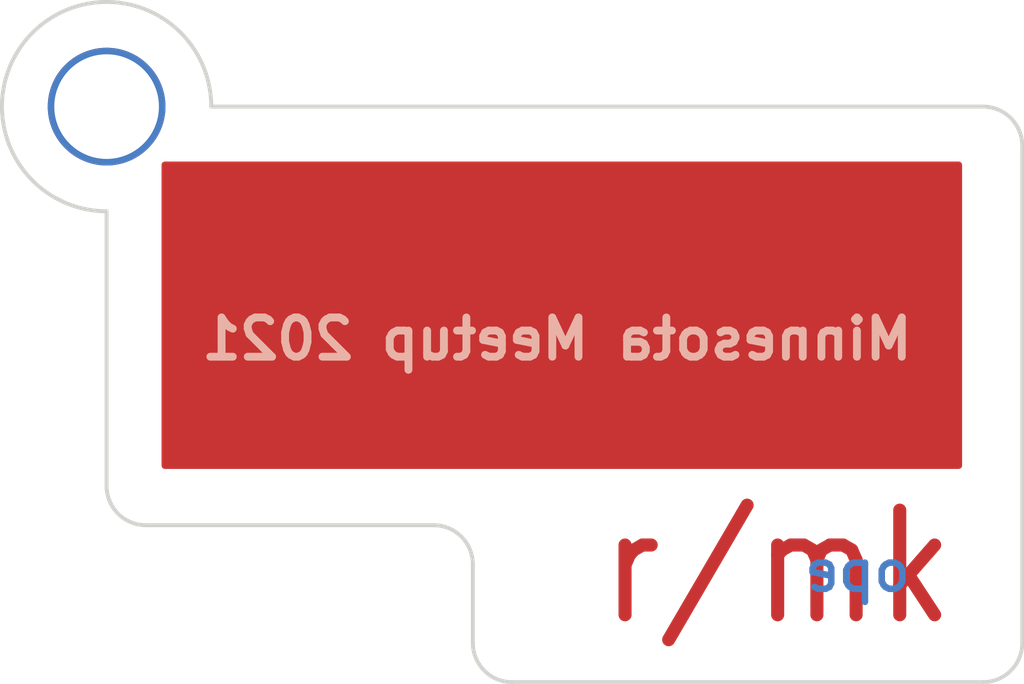
<source format=kicad_pcb>
(kicad_pcb (version 20171130) (host pcbnew "(5.1.10-1-10_14)")

  (general
    (thickness 1.6)
    (drawings 18)
    (tracks 0)
    (zones 0)
    (modules 17)
    (nets 1)
  )

  (page A4)
  (layers
    (0 F.Cu signal)
    (31 B.Cu signal)
    (32 B.Adhes user)
    (33 F.Adhes user)
    (34 B.Paste user)
    (35 F.Paste user)
    (36 B.SilkS user)
    (37 F.SilkS user)
    (38 B.Mask user)
    (39 F.Mask user)
    (40 Dwgs.User user hide)
    (41 Cmts.User user)
    (42 Eco1.User user)
    (43 Eco2.User user)
    (44 Edge.Cuts user)
    (45 Margin user)
    (46 B.CrtYd user)
    (47 F.CrtYd user)
    (48 B.Fab user)
    (49 F.Fab user hide)
  )

  (setup
    (last_trace_width 0.25)
    (trace_clearance 0.2)
    (zone_clearance 0)
    (zone_45_only no)
    (trace_min 0.2)
    (via_size 0.8)
    (via_drill 0.4)
    (via_min_size 0.4)
    (via_min_drill 0.3)
    (uvia_size 0.3)
    (uvia_drill 0.1)
    (uvias_allowed no)
    (uvia_min_size 0.2)
    (uvia_min_drill 0.1)
    (edge_width 0.15)
    (segment_width 0.15)
    (pcb_text_width 0.3)
    (pcb_text_size 1.5 1.5)
    (mod_edge_width 0.15)
    (mod_text_size 1 1)
    (mod_text_width 0.15)
    (pad_size 17 3)
    (pad_drill 0)
    (pad_to_mask_clearance 0)
    (aux_axis_origin 0 0)
    (grid_origin 124.896472 98.107432)
    (visible_elements 7FFFFFFF)
    (pcbplotparams
      (layerselection 0x010fc_ffffffff)
      (usegerberextensions false)
      (usegerberattributes false)
      (usegerberadvancedattributes false)
      (creategerberjobfile false)
      (excludeedgelayer true)
      (linewidth 0.100000)
      (plotframeref false)
      (viasonmask false)
      (mode 1)
      (useauxorigin false)
      (hpglpennumber 1)
      (hpglpenspeed 20)
      (hpglpendiameter 15.000000)
      (psnegative false)
      (psa4output false)
      (plotreference true)
      (plotvalue true)
      (plotinvisibletext false)
      (padsonsilk false)
      (subtractmaskfromsilk false)
      (outputformat 1)
      (mirror false)
      (drillshape 0)
      (scaleselection 1)
      (outputdirectory "Gerber"))
  )

  (net 0 "")

  (net_class Default "This is the default net class."
    (clearance 0.2)
    (trace_width 0.25)
    (via_dia 0.8)
    (via_drill 0.4)
    (uvia_dia 0.3)
    (uvia_drill 0.1)
  )

  (module random-keyboard-parts:plate_hole_4mm_tht (layer F.Cu) (tedit 5DBCB00B) (tstamp 611ED859)
    (at 120.845672 96.139432)
    (fp_text reference REF** (at 0.381 1.4097) (layer Dwgs.User)
      (effects (font (size 1 1) (thickness 0.15)))
    )
    (fp_text value plate_hole_4mm_tht (at 0 -0.5) (layer F.Fab)
      (effects (font (size 1 1) (thickness 0.15)))
    )
    (pad 1 thru_hole circle (at 0.0508 -2.032) (size 4.5 4.5) (drill 4) (layers *.Cu *.Mask))
  )

  (module locallib:Pad-1U (layer F.Cu) (tedit 611E6D72) (tstamp 611E79D2)
    (at 138.707696 105.727432)
    (fp_text reference REF** (at 0 0.5) (layer Dwgs.User) hide
      (effects (font (size 1 1) (thickness 0.15)))
    )
    (fp_text value Pad-1U (at 0 -0.5) (layer F.Fab) hide
      (effects (font (size 1 1) (thickness 0.15)))
    )
    (pad "" smd rect (at 0 0) (size 17 3) (layers F.Mask)
      (solder_mask_margin -0.1))
  )

  (module locallib:Pad-1U (layer F.Cu) (tedit 5C08844F) (tstamp 5C089D90)
    (at 149.8996 101.917432)
    (fp_text reference REF** (at 0 0.5) (layer Dwgs.User) hide
      (effects (font (size 1 1) (thickness 0.15)))
    )
    (fp_text value Pad-1U (at 0 -0.5) (layer F.Fab) hide
      (effects (font (size 1 1) (thickness 0.15)))
    )
    (pad "" smd rect (at 0 0) (size 3 3) (layers F.Mask)
      (solder_mask_margin -0.1))
  )

  (module locallib:Pad-1U (layer F.Cu) (tedit 5C08844F) (tstamp 5C089D5B)
    (at 127.0396 101.917432)
    (fp_text reference REF** (at 0 0.5) (layer Dwgs.User) hide
      (effects (font (size 1 1) (thickness 0.15)))
    )
    (fp_text value Pad-1U (at 0 -0.5) (layer F.Fab) hide
      (effects (font (size 1 1) (thickness 0.15)))
    )
    (pad "" smd rect (at 0 0) (size 3 3) (layers F.Mask)
      (solder_mask_margin -0.1))
  )

  (module locallib:Pad-1U (layer F.Cu) (tedit 5C08844F) (tstamp 5C089D57)
    (at 138.4696 101.917432)
    (fp_text reference REF** (at 0 0.5) (layer Dwgs.User) hide
      (effects (font (size 1 1) (thickness 0.15)))
    )
    (fp_text value Pad-1U (at 0 -0.5) (layer F.Fab) hide
      (effects (font (size 1 1) (thickness 0.15)))
    )
    (pad "" smd rect (at 0 0) (size 3 3) (layers F.Mask)
      (solder_mask_margin -0.1))
  )

  (module locallib:Pad-1U (layer F.Cu) (tedit 5C08844F) (tstamp 5C089D53)
    (at 142.2796 101.917432)
    (fp_text reference REF** (at 0 0.5) (layer Dwgs.User) hide
      (effects (font (size 1 1) (thickness 0.15)))
    )
    (fp_text value Pad-1U (at 0 -0.5) (layer F.Fab) hide
      (effects (font (size 1 1) (thickness 0.15)))
    )
    (pad "" smd rect (at 0 0) (size 3 3) (layers F.Mask)
      (solder_mask_margin -0.1))
  )

  (module locallib:Pad-1U (layer F.Cu) (tedit 5C08844F) (tstamp 5C089D4F)
    (at 146.0896 101.917432)
    (fp_text reference REF** (at 0 0.5) (layer Dwgs.User) hide
      (effects (font (size 1 1) (thickness 0.15)))
    )
    (fp_text value Pad-1U (at 0 -0.5) (layer F.Fab) hide
      (effects (font (size 1 1) (thickness 0.15)))
    )
    (pad "" smd rect (at 0 0) (size 3 3) (layers F.Mask)
      (solder_mask_margin -0.1))
  )

  (module locallib:Pad-1U (layer F.Cu) (tedit 5C08844F) (tstamp 5C089D4B)
    (at 134.6596 101.917432)
    (fp_text reference REF** (at 0 0.5) (layer Dwgs.User) hide
      (effects (font (size 1 1) (thickness 0.15)))
    )
    (fp_text value Pad-1U (at 0 -0.5) (layer F.Fab) hide
      (effects (font (size 1 1) (thickness 0.15)))
    )
    (pad "" smd rect (at 0 0) (size 3 3) (layers F.Mask)
      (solder_mask_margin -0.1))
  )

  (module locallib:Pad-1U (layer F.Cu) (tedit 5C08844F) (tstamp 5C089D47)
    (at 130.8496 101.917432)
    (fp_text reference REF** (at 0 0.5) (layer Dwgs.User) hide
      (effects (font (size 1 1) (thickness 0.15)))
    )
    (fp_text value Pad-1U (at 0 -0.5) (layer F.Fab) hide
      (effects (font (size 1 1) (thickness 0.15)))
    )
    (pad "" smd rect (at 0 0) (size 3 3) (layers F.Mask)
      (solder_mask_margin -0.1))
  )

  (module locallib:Pad-1U (layer F.Cu) (tedit 5C08844F) (tstamp 5C089B7F)
    (at 140.136472 98.107432)
    (fp_text reference REF** (at 0 0.5) (layer Dwgs.User) hide
      (effects (font (size 1 1) (thickness 0.15)))
    )
    (fp_text value Pad-1U (at 0 -0.5) (layer F.Fab) hide
      (effects (font (size 1 1) (thickness 0.15)))
    )
    (pad "" smd rect (at 0 0) (size 3 3) (layers F.Mask)
      (solder_mask_margin -0.1))
  )

  (module locallib:Pad-1U (layer F.Cu) (tedit 5C08844F) (tstamp 5C089B7B)
    (at 151.566472 98.107432)
    (fp_text reference REF** (at 0 0.5) (layer Dwgs.User) hide
      (effects (font (size 1 1) (thickness 0.15)))
    )
    (fp_text value Pad-1U (at 0 -0.5) (layer F.Fab) hide
      (effects (font (size 1 1) (thickness 0.15)))
    )
    (pad "" smd rect (at 0 0) (size 3 3) (layers F.Mask)
      (solder_mask_margin -0.1))
  )

  (module locallib:Pad-1U (layer F.Cu) (tedit 5C08844F) (tstamp 5C089B77)
    (at 147.756472 98.107432)
    (fp_text reference REF** (at 0 0.5) (layer Dwgs.User) hide
      (effects (font (size 1 1) (thickness 0.15)))
    )
    (fp_text value Pad-1U (at 0 -0.5) (layer F.Fab) hide
      (effects (font (size 1 1) (thickness 0.15)))
    )
    (pad "" smd rect (at 0 0) (size 3 3) (layers F.Mask)
      (solder_mask_margin -0.1))
  )

  (module locallib:Pad-1U (layer F.Cu) (tedit 5C08844F) (tstamp 5C089B73)
    (at 143.946472 98.107432)
    (fp_text reference REF** (at 0 0.5) (layer Dwgs.User) hide
      (effects (font (size 1 1) (thickness 0.15)))
    )
    (fp_text value Pad-1U (at 0 -0.5) (layer F.Fab) hide
      (effects (font (size 1 1) (thickness 0.15)))
    )
    (pad "" smd rect (at 0 0) (size 3 3) (layers F.Mask)
      (solder_mask_margin -0.1))
  )

  (module locallib:Pad-1U (layer F.Cu) (tedit 5C08844F) (tstamp 5C089B63)
    (at 132.516472 98.107432)
    (fp_text reference REF** (at 0 0.5) (layer Dwgs.User) hide
      (effects (font (size 1 1) (thickness 0.15)))
    )
    (fp_text value Pad-1U (at 0 -0.5) (layer F.Fab) hide
      (effects (font (size 1 1) (thickness 0.15)))
    )
    (pad "" smd rect (at 0 0) (size 3 3) (layers F.Mask)
      (solder_mask_margin -0.1))
  )

  (module locallib:Pad-1U (layer F.Cu) (tedit 5C08844F) (tstamp 5C089B5F)
    (at 136.326472 98.107432)
    (fp_text reference REF** (at 0 0.5) (layer Dwgs.User) hide
      (effects (font (size 1 1) (thickness 0.15)))
    )
    (fp_text value Pad-1U (at 0 -0.5) (layer F.Fab) hide
      (effects (font (size 1 1) (thickness 0.15)))
    )
    (pad "" smd rect (at 0 0) (size 3 3) (layers F.Mask)
      (solder_mask_margin -0.1))
  )

  (module locallib:Pad-1U (layer F.Cu) (tedit 5C08844F) (tstamp 5C089B3D)
    (at 124.896472 98.107432)
    (fp_text reference REF** (at 0 0.5) (layer Dwgs.User) hide
      (effects (font (size 1 1) (thickness 0.15)))
    )
    (fp_text value Pad-1U (at 0 -0.5) (layer F.Fab) hide
      (effects (font (size 1 1) (thickness 0.15)))
    )
    (pad "" smd rect (at 0 0) (size 3 3) (layers F.Mask)
      (solder_mask_margin -0.1))
  )

  (module locallib:Pad-1U (layer F.Cu) (tedit 5C08844F) (tstamp 5C089B5E)
    (at 128.706472 98.107432)
    (fp_text reference REF** (at 0 0.5) (layer Dwgs.User) hide
      (effects (font (size 1 1) (thickness 0.15)))
    )
    (fp_text value Pad-1U (at 0 -0.5) (layer F.Fab) hide
      (effects (font (size 1 1) (thickness 0.15)))
    )
    (pad "" smd rect (at 0 0) (size 3 3) (layers F.Mask)
      (solder_mask_margin -0.1))
  )

  (gr_text ope (at 149.596472 111.857432) (layer B.Mask) (tstamp 611ED8BD)
    (effects (font (size 1.5 1.5) (thickness 0.375)) (justify mirror))
  )
  (gr_text ope (at 149.596472 111.857432) (layer B.Cu)
    (effects (font (size 1.5 1.5) (thickness 0.25)) (justify mirror))
  )
  (gr_arc (start 120.896472 94.107432) (end 124.896472 94.107432) (angle -269.9999857) (layer Edge.Cuts) (width 0.15))
  (gr_text r/mk (at 146.546472 111.707432) (layer F.Cu) (tstamp 611E7AF7)
    (effects (font (size 4 3.5) (thickness 0.5)))
  )
  (gr_text r/mk (at 146.546472 111.707432) (layer F.Mask) (tstamp 611E7A1D)
    (effects (font (size 4 3.5) (thickness 0.875)))
  )
  (gr_line (start 134.896472 111.607432) (end 134.896472 114.607432) (layer Edge.Cuts) (width 0.15))
  (gr_arc (start 133.396472 111.607432) (end 134.896472 111.607432) (angle -90) (layer Edge.Cuts) (width 0.15) (tstamp 611E7A76))
  (gr_line (start 122.396472 110.107432) (end 133.396472 110.107432) (layer Edge.Cuts) (width 0.15))
  (gr_arc (start 122.396472 108.607432) (end 120.896472 108.607432) (angle -90) (layer Edge.Cuts) (width 0.15) (tstamp 611E7A76))
  (gr_arc (start 136.396472 114.607432) (end 134.896472 114.607432) (angle -90) (layer Edge.Cuts) (width 0.15) (tstamp 611E7A76))
  (gr_line (start 154.396472 116.107432) (end 136.396472 116.107432) (layer Edge.Cuts) (width 0.15))
  (gr_line (start 155.896472 95.607432) (end 155.896472 114.607432) (layer Edge.Cuts) (width 0.15) (tstamp 611E7A82))
  (gr_arc (start 154.396472 114.607432) (end 154.396472 116.107432) (angle -90) (layer Edge.Cuts) (width 0.15) (tstamp 611E7A76))
  (gr_arc (start 154.396472 95.607432) (end 155.896472 95.607432) (angle -90) (layer Edge.Cuts) (width 0.15) (tstamp 611E7A76))
  (gr_line (start 124.896472 94.107432) (end 154.396472 94.107432) (layer Edge.Cuts) (width 0.15))
  (dimension 1.905 (width 0.3) (layer Dwgs.User)
    (gr_text "1.905 mm" (at 146.20875 10.75875) (layer Dwgs.User)
      (effects (font (size 1.5 1.5) (thickness 0.3)))
    )
    (feature1 (pts (xy 145.25625 12.85875) (xy 145.25625 12.272329)))
    (feature2 (pts (xy 147.16125 12.85875) (xy 147.16125 12.272329)))
    (crossbar (pts (xy 147.16125 12.85875) (xy 145.25625 12.85875)))
    (arrow1a (pts (xy 145.25625 12.85875) (xy 146.382754 12.272329)))
    (arrow1b (pts (xy 145.25625 12.85875) (xy 146.382754 13.445171)))
    (arrow2a (pts (xy 147.16125 12.85875) (xy 146.034746 12.272329)))
    (arrow2b (pts (xy 147.16125 12.85875) (xy 146.034746 13.445171)))
  )
  (gr_text "Minnesota Meetup 2021" (at 138.112384 102.988976) (layer B.SilkS) (tstamp 611E7A18)
    (effects (font (size 1.5 1.5) (thickness 0.3)) (justify mirror))
  )
  (gr_line (start 120.896472 108.607432) (end 120.896471 98.107743) (layer Edge.Cuts) (width 0.15))

  (zone (net 0) (net_name "") (layer F.Cu) (tstamp 611ED91C) (hatch edge 0.508)
    (connect_pads (clearance 0))
    (min_thickness 0.254)
    (fill yes (arc_segments 32) (thermal_gap 0.508) (thermal_bridge_width 0.508))
    (polygon
      (pts
        (xy 153.596472 107.957432) (xy 135.946472 107.957432) (xy 122.996472 107.957432) (xy 122.996472 96.207432) (xy 153.596472 96.207432)
      )
    )
    (filled_polygon
      (pts
        (xy 153.469472 107.830432) (xy 123.123472 107.830432) (xy 123.123472 96.334432) (xy 153.469472 96.334432)
      )
    )
  )
)

</source>
